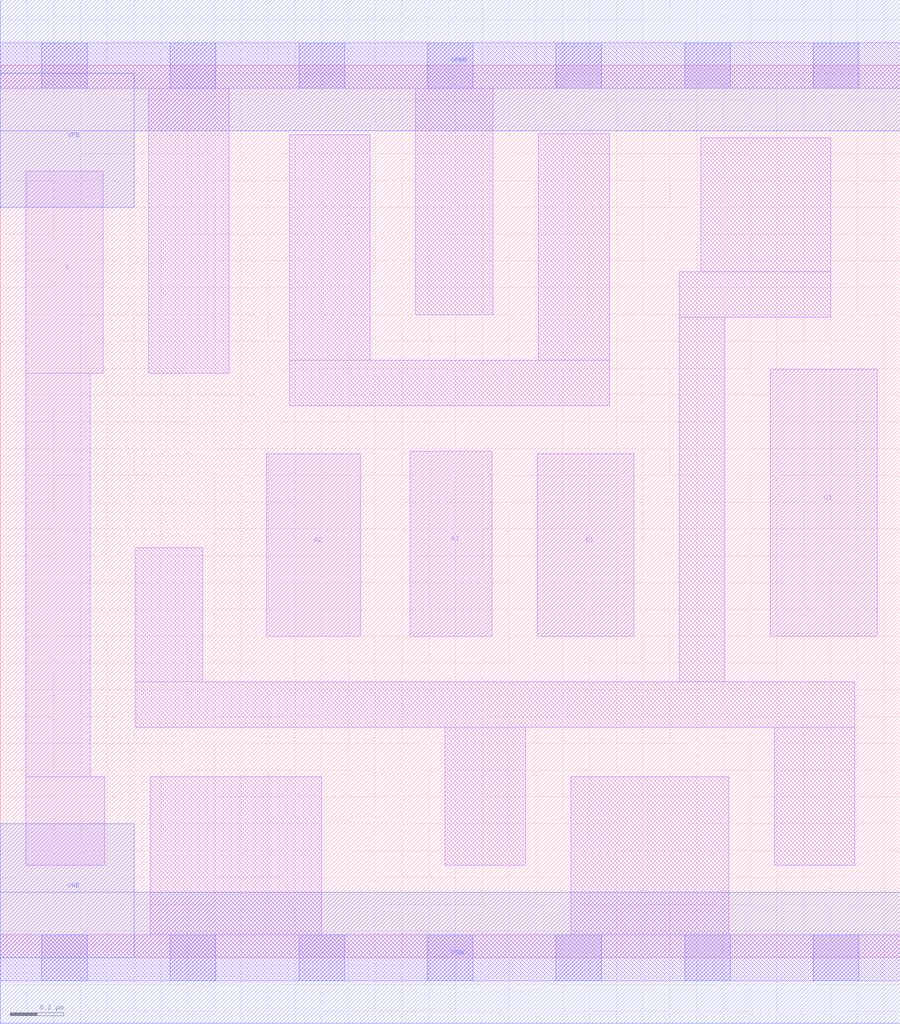
<source format=lef>
# Copyright 2020 The SkyWater PDK Authors
#
# Licensed under the Apache License, Version 2.0 (the "License");
# you may not use this file except in compliance with the License.
# You may obtain a copy of the License at
#
#     https://www.apache.org/licenses/LICENSE-2.0
#
# Unless required by applicable law or agreed to in writing, software
# distributed under the License is distributed on an "AS IS" BASIS,
# WITHOUT WARRANTIES OR CONDITIONS OF ANY KIND, either express or implied.
# See the License for the specific language governing permissions and
# limitations under the License.
#
# SPDX-License-Identifier: Apache-2.0

VERSION 5.5 ;
NAMESCASESENSITIVE ON ;
BUSBITCHARS "[]" ;
DIVIDERCHAR "/" ;
MACRO sky130_fd_sc_lp__a211o_0
  CLASS CORE ;
  SOURCE USER ;
  ORIGIN  0.000000  0.000000 ;
  SIZE  3.360000 BY  3.330000 ;
  SYMMETRY X Y R90 ;
  SITE unit ;
  PIN A1
    ANTENNAGATEAREA  0.159000 ;
    DIRECTION INPUT ;
    USE SIGNAL ;
    PORT
      LAYER li1 ;
        RECT 1.530000 1.200000 1.835000 1.890000 ;
    END
  END A1
  PIN A2
    ANTENNAGATEAREA  0.159000 ;
    DIRECTION INPUT ;
    USE SIGNAL ;
    PORT
      LAYER li1 ;
        RECT 0.995000 1.200000 1.345000 1.880000 ;
    END
  END A2
  PIN B1
    ANTENNAGATEAREA  0.159000 ;
    DIRECTION INPUT ;
    USE SIGNAL ;
    PORT
      LAYER li1 ;
        RECT 2.005000 1.200000 2.365000 1.880000 ;
    END
  END B1
  PIN C1
    ANTENNAGATEAREA  0.159000 ;
    DIRECTION INPUT ;
    USE SIGNAL ;
    PORT
      LAYER li1 ;
        RECT 2.875000 1.200000 3.275000 2.195000 ;
    END
  END C1
  PIN X
    ANTENNADIFFAREA  0.280900 ;
    DIRECTION OUTPUT ;
    USE SIGNAL ;
    PORT
      LAYER li1 ;
        RECT 0.095000 0.345000 0.390000 0.675000 ;
        RECT 0.095000 0.675000 0.335000 2.180000 ;
        RECT 0.095000 2.180000 0.385000 2.935000 ;
    END
  END X
  PIN VGND
    DIRECTION INOUT ;
    USE GROUND ;
    PORT
      LAYER met1 ;
        RECT 0.000000 -0.245000 3.360000 0.245000 ;
    END
  END VGND
  PIN VNB
    DIRECTION INOUT ;
    USE GROUND ;
    PORT
      LAYER met1 ;
        RECT 0.000000 0.000000 0.500000 0.500000 ;
    END
  END VNB
  PIN VPB
    DIRECTION INOUT ;
    USE POWER ;
    PORT
      LAYER met1 ;
        RECT 0.000000 2.800000 0.500000 3.300000 ;
    END
  END VPB
  PIN VPWR
    DIRECTION INOUT ;
    USE POWER ;
    PORT
      LAYER met1 ;
        RECT 0.000000 3.085000 3.360000 3.575000 ;
    END
  END VPWR
  OBS
    LAYER li1 ;
      RECT 0.000000 -0.085000 3.360000 0.085000 ;
      RECT 0.000000  3.245000 3.360000 3.415000 ;
      RECT 0.505000  0.860000 3.190000 1.030000 ;
      RECT 0.505000  1.030000 0.755000 1.530000 ;
      RECT 0.555000  2.180000 0.855000 3.245000 ;
      RECT 0.560000  0.085000 1.200000 0.675000 ;
      RECT 1.080000  2.060000 2.275000 2.230000 ;
      RECT 1.080000  2.230000 1.380000 3.070000 ;
      RECT 1.550000  2.400000 1.840000 3.245000 ;
      RECT 1.660000  0.345000 1.960000 0.860000 ;
      RECT 2.010000  2.230000 2.275000 3.075000 ;
      RECT 2.130000  0.085000 2.720000 0.675000 ;
      RECT 2.535000  1.030000 2.705000 2.390000 ;
      RECT 2.535000  2.390000 3.100000 2.560000 ;
      RECT 2.615000  2.560000 3.100000 3.060000 ;
      RECT 2.890000  0.345000 3.190000 0.860000 ;
    LAYER mcon ;
      RECT 0.155000 -0.085000 0.325000 0.085000 ;
      RECT 0.155000  3.245000 0.325000 3.415000 ;
      RECT 0.635000 -0.085000 0.805000 0.085000 ;
      RECT 0.635000  3.245000 0.805000 3.415000 ;
      RECT 1.115000 -0.085000 1.285000 0.085000 ;
      RECT 1.115000  3.245000 1.285000 3.415000 ;
      RECT 1.595000 -0.085000 1.765000 0.085000 ;
      RECT 1.595000  3.245000 1.765000 3.415000 ;
      RECT 2.075000 -0.085000 2.245000 0.085000 ;
      RECT 2.075000  3.245000 2.245000 3.415000 ;
      RECT 2.555000 -0.085000 2.725000 0.085000 ;
      RECT 2.555000  3.245000 2.725000 3.415000 ;
      RECT 3.035000 -0.085000 3.205000 0.085000 ;
      RECT 3.035000  3.245000 3.205000 3.415000 ;
  END
END sky130_fd_sc_lp__a211o_0

</source>
